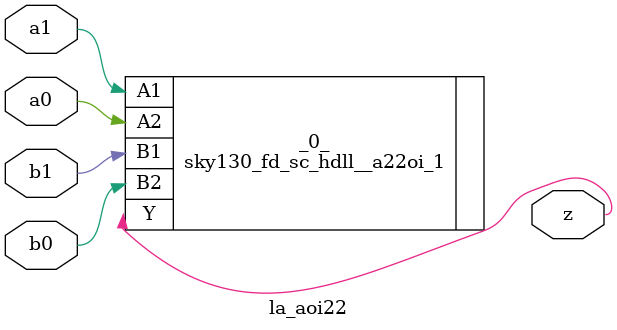
<source format=v>

/* Generated by Yosys 0.37 (git sha1 a5c7f69ed, clang 14.0.0-1ubuntu1.1 -fPIC -Os) */

module la_aoi22(a0, a1, b0, b1, z);
  input a0;
  wire a0;
  input a1;
  wire a1;
  input b0;
  wire b0;
  input b1;
  wire b1;
  output z;
  wire z;
  sky130_fd_sc_hdll__a22oi_1 _0_ (
    .A1(a1),
    .A2(a0),
    .B1(b1),
    .B2(b0),
    .Y(z)
  );
endmodule

</source>
